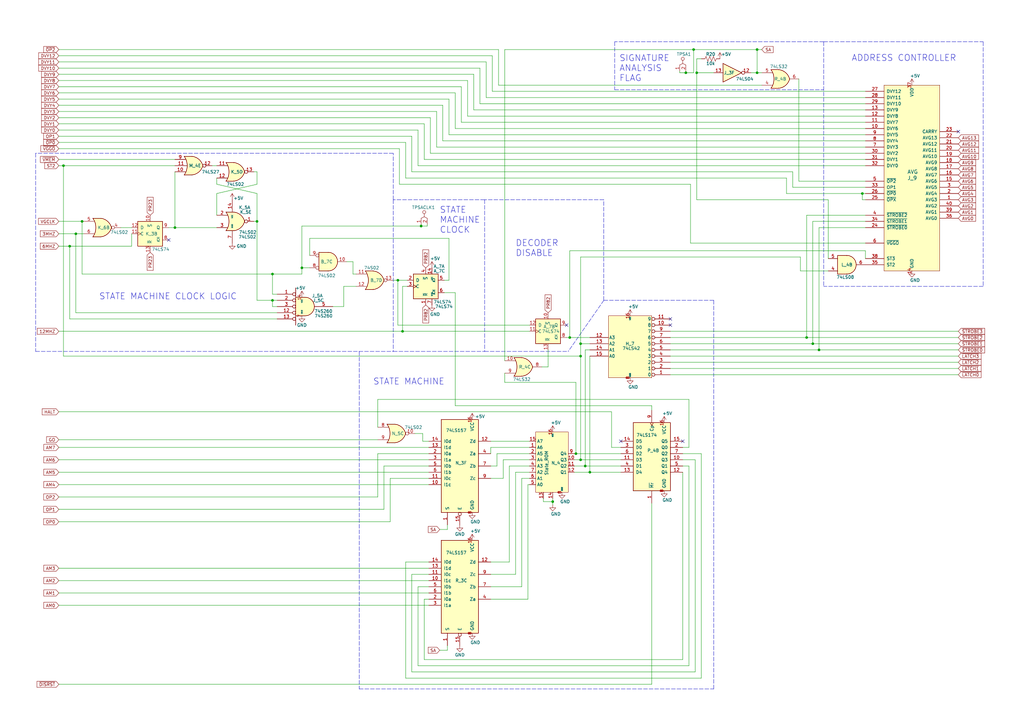
<source format=kicad_sch>
(kicad_sch (version 20211123) (generator eeschema)
  (paper "A3")
  (junction (at 238.125 146.05))
  (junction (at 285.75 29.845))
  (junction (at 233.68 138.43))
  (junction (at 284.48 20.32))
  (junction (at 33.655 90.805))
  (junction (at 281.305 29.845))
  (junction (at 163.195 114.935))
  (junction (at 172.72 92.71))
  (junction (at 28.575 100.965))
  (junction (at 330.835 138.43))
  (junction (at 241.935 193.675))
  (junction (at 111.76 123.19))
  (junction (at 353.695 79.375))
  (junction (at 335.915 143.51))
  (junction (at 236.22 186.055))
  (junction (at 71.755 93.345))
  (junction (at 310.515 20.32))
  (junction (at 26.035 67.945))
  (junction (at 333.375 140.97))
  (junction (at 226.695 205.74))
  (junction (at 31.115 95.885))
  (junction (at 238.125 188.595))
  (junction (at 238.125 140.97))
  (junction (at 165.1 135.89))
  (junction (at 105.41 90.805))
  (junction (at 310.515 29.845))
  (junction (at 111.76 112.395))
  (junction (at 123.825 109.855))
  (junction (at 240.03 191.135))
  (no_connect (at 274.955 133.35))
  (no_connect (at 274.955 130.81))
  (no_connect (at 232.41 133.35))
  (no_connect (at 393.065 53.975))
  (no_connect (at 69.215 98.425))
  (no_connect (at 254.635 180.975))
  (no_connect (at 280.035 180.975))
  (wire (pts (xy 183.515 215.265) (xy 183.515 217.17)))
  (wire (pts (xy 181.61 43.18) (xy 181.61 57.785)))
  (wire (pts (xy 282.575 183.515) (xy 280.035 183.515)))
  (wire (pts (xy 182.245 120.015) (xy 186.69 120.015)))
  (wire (pts (xy 354.965 40.005) (xy 199.39 40.005)))
  (wire (pts (xy 69.215 93.345) (xy 71.755 93.345)))
  (wire (pts (xy 175.895 191.135) (xy 157.48 191.135)))
  (wire (pts (xy 335.915 143.51) (xy 393.065 143.51)))
  (wire (pts (xy 168.91 70.485) (xy 168.91 55.88)))
  (wire (pts (xy 113.665 125.73) (xy 111.76 125.73)))
  (wire (pts (xy 161.29 114.935) (xy 163.195 114.935)))
  (wire (pts (xy 201.295 183.515) (xy 217.17 183.515)))
  (wire (pts (xy 196.85 42.545) (xy 354.965 42.545)))
  (wire (pts (xy 224.79 150.495) (xy 222.25 150.495)))
  (wire (pts (xy 24.13 33.02) (xy 191.77 33.02)))
  (wire (pts (xy 53.975 95.885) (xy 53.975 100.965)))
  (wire (pts (xy 33.655 90.805) (xy 34.29 90.805)))
  (wire (pts (xy 199.39 40.005) (xy 199.39 25.4)))
  (wire (pts (xy 24.13 203.835) (xy 154.94 203.835)))
  (wire (pts (xy 224.79 143.51) (xy 224.79 150.495)))
  (wire (pts (xy 163.83 60.96) (xy 163.83 75.565)))
  (wire (pts (xy 233.68 102.87) (xy 233.68 138.43)))
  (polyline (pts (xy 247.65 123.19) (xy 233.045 144.145)))
  (wire (pts (xy 173.99 270.51) (xy 280.035 270.51)))
  (polyline (pts (xy 247.65 123.19) (xy 247.65 81.915)))
  (wire (pts (xy 204.47 34.925) (xy 204.47 20.32)))
  (wire (pts (xy 354.965 102.87) (xy 233.68 102.87)))
  (wire (pts (xy 307.975 29.845) (xy 310.515 29.845)))
  (wire (pts (xy 206.375 188.595) (xy 217.17 188.595)))
  (wire (pts (xy 354.965 67.945) (xy 171.45 67.945)))
  (wire (pts (xy 171.45 273.05) (xy 171.45 240.665)))
  (polyline (pts (xy 292.735 123.19) (xy 247.65 123.19)))
  (wire (pts (xy 172.72 92.71) (xy 175.26 92.71)))
  (wire (pts (xy 254.635 183.515) (xy 250.825 183.515)))
  (wire (pts (xy 330.835 88.265) (xy 330.835 138.43)))
  (wire (pts (xy 201.295 196.215) (xy 206.375 196.215)))
  (wire (pts (xy 354.965 88.265) (xy 330.835 88.265)))
  (wire (pts (xy 354.965 57.785) (xy 181.61 57.785)))
  (wire (pts (xy 179.07 45.72) (xy 179.07 60.325)))
  (wire (pts (xy 267.335 280.67) (xy 24.13 280.67)))
  (wire (pts (xy 105.41 123.19) (xy 111.76 123.19)))
  (wire (pts (xy 211.455 193.675) (xy 217.17 193.675)))
  (wire (pts (xy 24.13 50.8) (xy 173.99 50.8)))
  (wire (pts (xy 88.9 79.375) (xy 88.9 88.265)))
  (wire (pts (xy 310.515 20.32) (xy 312.42 20.32)))
  (wire (pts (xy 353.695 79.375) (xy 354.965 79.375)))
  (polyline (pts (xy 147.32 282.575) (xy 292.735 282.575)))
  (wire (pts (xy 24.13 183.515) (xy 175.895 183.515)))
  (wire (pts (xy 354.965 55.245) (xy 184.15 55.245)))
  (wire (pts (xy 24.13 38.1) (xy 186.69 38.1)))
  (wire (pts (xy 354.965 50.165) (xy 189.23 50.165)))
  (wire (pts (xy 310.515 29.845) (xy 312.42 29.845)))
  (wire (pts (xy 175.895 235.585) (xy 168.91 235.585)))
  (wire (pts (xy 24.13 53.34) (xy 171.45 53.34)))
  (wire (pts (xy 327.66 74.295) (xy 354.965 74.295)))
  (wire (pts (xy 222.885 204.47) (xy 222.885 205.74)))
  (polyline (pts (xy 337.82 17.145) (xy 403.225 17.145)))
  (wire (pts (xy 24.13 35.56) (xy 189.23 35.56)))
  (polyline (pts (xy 161.29 81.915) (xy 161.29 144.145)))
  (wire (pts (xy 283.21 99.695) (xy 354.965 99.695)))
  (polyline (pts (xy 247.65 81.915) (xy 198.755 81.915)))
  (wire (pts (xy 281.305 29.21) (xy 281.305 29.845)))
  (wire (pts (xy 123.825 109.855) (xy 123.825 92.71)))
  (wire (pts (xy 354.965 106.045) (xy 354.965 102.87)))
  (wire (pts (xy 142.24 107.315) (xy 144.78 107.315)))
  (wire (pts (xy 217.17 196.215) (xy 213.995 196.215)))
  (polyline (pts (xy 161.29 62.865) (xy 14.605 62.865)))
  (wire (pts (xy 235.585 188.595) (xy 238.125 188.595)))
  (wire (pts (xy 24.13 43.18) (xy 181.61 43.18)))
  (wire (pts (xy 240.03 191.135) (xy 254.635 191.135)))
  (wire (pts (xy 216.535 245.745) (xy 216.535 198.755)))
  (wire (pts (xy 88.9 79.375) (xy 105.41 75.565)))
  (wire (pts (xy 105.41 79.375) (xy 105.41 90.805)))
  (wire (pts (xy 168.91 275.59) (xy 285.115 275.59)))
  (wire (pts (xy 166.37 230.505) (xy 175.895 230.505)))
  (wire (pts (xy 24.13 213.995) (xy 160.02 213.995)))
  (wire (pts (xy 123.825 109.855) (xy 127 109.855)))
  (wire (pts (xy 111.76 123.19) (xy 113.665 123.19)))
  (wire (pts (xy 189.23 35.56) (xy 189.23 50.165)))
  (wire (pts (xy 186.69 166.37) (xy 267.335 166.37)))
  (wire (pts (xy 179.07 60.325) (xy 354.965 60.325)))
  (wire (pts (xy 207.01 20.32) (xy 207.01 147.955)))
  (wire (pts (xy 33.655 112.395) (xy 111.76 112.395)))
  (wire (pts (xy 208.915 191.135) (xy 208.915 230.505)))
  (wire (pts (xy 274.955 135.89) (xy 393.065 135.89)))
  (wire (pts (xy 184.15 114.935) (xy 184.15 97.79)))
  (wire (pts (xy 203.835 191.135) (xy 203.835 186.055)))
  (wire (pts (xy 238.125 188.595) (xy 254.635 188.595)))
  (wire (pts (xy 274.955 140.97) (xy 333.375 140.97)))
  (wire (pts (xy 322.58 73.025) (xy 322.58 79.375)))
  (wire (pts (xy 327.66 32.385) (xy 327.66 74.295)))
  (wire (pts (xy 71.755 93.345) (xy 88.9 93.345)))
  (wire (pts (xy 24.13 208.915) (xy 157.48 208.915)))
  (polyline (pts (xy 337.82 17.145) (xy 252.095 17.145)))
  (wire (pts (xy 285.75 29.845) (xy 285.75 24.13)))
  (wire (pts (xy 105.41 70.485) (xy 105.41 75.565)))
  (wire (pts (xy 163.195 114.935) (xy 163.195 133.35)))
  (wire (pts (xy 325.12 70.485) (xy 168.91 70.485)))
  (wire (pts (xy 285.75 24.13) (xy 287.655 24.13)))
  (wire (pts (xy 282.575 163.83) (xy 282.575 183.515)))
  (wire (pts (xy 280.035 186.055) (xy 287.655 186.055)))
  (wire (pts (xy 186.69 52.705) (xy 186.69 38.1)))
  (wire (pts (xy 250.825 183.515) (xy 250.825 168.91)))
  (wire (pts (xy 24.13 30.48) (xy 194.31 30.48)))
  (wire (pts (xy 292.735 29.845) (xy 285.75 29.845)))
  (wire (pts (xy 236.22 186.055) (xy 254.635 186.055)))
  (wire (pts (xy 24.13 180.34) (xy 154.94 180.34)))
  (wire (pts (xy 274.955 148.59) (xy 393.065 148.59)))
  (wire (pts (xy 274.955 143.51) (xy 335.915 143.51)))
  (wire (pts (xy 184.15 55.245) (xy 184.15 40.64)))
  (wire (pts (xy 182.245 114.935) (xy 184.15 114.935)))
  (wire (pts (xy 24.13 65.405) (xy 71.755 65.405)))
  (wire (pts (xy 235.585 193.675) (xy 241.935 193.675)))
  (wire (pts (xy 186.69 120.015) (xy 186.69 166.37)))
  (wire (pts (xy 28.575 100.965) (xy 53.975 100.965)))
  (wire (pts (xy 354.965 90.805) (xy 333.375 90.805)))
  (wire (pts (xy 274.955 153.67) (xy 393.065 153.67)))
  (wire (pts (xy 111.76 125.73) (xy 111.76 123.19)))
  (wire (pts (xy 154.94 175.26) (xy 154.94 163.83)))
  (wire (pts (xy 26.035 67.945) (xy 26.035 146.05)))
  (wire (pts (xy 176.53 62.865) (xy 176.53 48.26)))
  (wire (pts (xy 274.955 151.13) (xy 393.065 151.13)))
  (wire (pts (xy 235.585 186.055) (xy 236.22 186.055)))
  (wire (pts (xy 163.83 75.565) (xy 283.21 75.565)))
  (wire (pts (xy 163.195 114.935) (xy 167.005 114.935)))
  (wire (pts (xy 201.295 245.745) (xy 216.535 245.745)))
  (wire (pts (xy 123.825 112.395) (xy 123.825 109.855)))
  (wire (pts (xy 24.13 168.91) (xy 250.825 168.91)))
  (wire (pts (xy 325.12 76.835) (xy 325.12 70.485)))
  (wire (pts (xy 238.125 146.05) (xy 238.125 188.595)))
  (wire (pts (xy 354.965 62.865) (xy 176.53 62.865)))
  (wire (pts (xy 284.48 20.32) (xy 310.515 20.32)))
  (wire (pts (xy 24.13 58.42) (xy 166.37 58.42)))
  (wire (pts (xy 191.77 33.02) (xy 191.77 47.625)))
  (polyline (pts (xy 403.225 17.145) (xy 403.225 117.475)))
  (wire (pts (xy 238.125 140.97) (xy 238.125 105.41)))
  (wire (pts (xy 232.41 138.43) (xy 233.68 138.43)))
  (wire (pts (xy 173.99 50.8) (xy 173.99 65.405)))
  (wire (pts (xy 113.665 128.27) (xy 31.115 128.27)))
  (wire (pts (xy 31.115 95.885) (xy 34.29 95.885)))
  (wire (pts (xy 26.035 67.945) (xy 71.755 67.945)))
  (wire (pts (xy 173.99 65.405) (xy 354.965 65.405)))
  (wire (pts (xy 88.9 75.565) (xy 105.41 79.375)))
  (wire (pts (xy 183.515 217.17) (xy 180.34 217.17)))
  (wire (pts (xy 201.295 180.975) (xy 217.17 180.975)))
  (wire (pts (xy 24.13 193.675) (xy 175.895 193.675)))
  (wire (pts (xy 175.26 92.075) (xy 175.26 92.71)))
  (wire (pts (xy 86.995 67.945) (xy 88.9 67.945)))
  (wire (pts (xy 196.85 27.94) (xy 196.85 42.545)))
  (wire (pts (xy 222.885 205.74) (xy 226.695 205.74)))
  (wire (pts (xy 166.37 73.025) (xy 322.58 73.025)))
  (wire (pts (xy 88.9 73.025) (xy 88.9 75.565)))
  (wire (pts (xy 175.895 196.215) (xy 160.02 196.215)))
  (wire (pts (xy 140.97 117.475) (xy 140.97 125.73)))
  (wire (pts (xy 204.47 20.32) (xy 24.13 20.32)))
  (wire (pts (xy 207.01 156.845) (xy 236.22 156.845)))
  (wire (pts (xy 24.13 48.26) (xy 176.53 48.26)))
  (wire (pts (xy 233.68 138.43) (xy 241.935 138.43)))
  (wire (pts (xy 33.655 90.805) (xy 33.655 112.395)))
  (wire (pts (xy 173.355 180.975) (xy 173.355 177.8)))
  (wire (pts (xy 235.585 191.135) (xy 240.03 191.135)))
  (wire (pts (xy 24.13 238.125) (xy 175.895 238.125)))
  (wire (pts (xy 354.965 52.705) (xy 186.69 52.705)))
  (wire (pts (xy 274.955 138.43) (xy 330.835 138.43)))
  (wire (pts (xy 333.375 90.805) (xy 333.375 140.97)))
  (wire (pts (xy 24.13 198.755) (xy 175.895 198.755)))
  (wire (pts (xy 287.655 278.13) (xy 166.37 278.13)))
  (wire (pts (xy 140.97 125.73) (xy 136.525 125.73)))
  (wire (pts (xy 111.76 112.395) (xy 123.825 112.395)))
  (wire (pts (xy 280.035 191.135) (xy 282.575 191.135)))
  (wire (pts (xy 201.295 235.585) (xy 211.455 235.585)))
  (wire (pts (xy 201.295 191.135) (xy 203.835 191.135)))
  (wire (pts (xy 127 97.79) (xy 184.15 97.79)))
  (wire (pts (xy 322.58 79.375) (xy 353.695 79.375)))
  (wire (pts (xy 194.31 45.085) (xy 194.31 30.48)))
  (wire (pts (xy 166.37 278.13) (xy 166.37 230.505)))
  (wire (pts (xy 157.48 191.135) (xy 157.48 208.915)))
  (wire (pts (xy 333.375 140.97) (xy 393.065 140.97)))
  (wire (pts (xy 203.835 186.055) (xy 217.17 186.055)))
  (wire (pts (xy 144.78 112.395) (xy 146.05 112.395)))
  (wire (pts (xy 238.125 140.97) (xy 238.125 146.05)))
  (wire (pts (xy 175.895 180.975) (xy 173.355 180.975)))
  (wire (pts (xy 267.335 206.375) (xy 267.335 280.67)))
  (wire (pts (xy 163.195 133.35) (xy 217.17 133.35)))
  (wire (pts (xy 24.13 233.045) (xy 175.895 233.045)))
  (wire (pts (xy 339.725 81.915) (xy 339.725 106.045)))
  (polyline (pts (xy 252.095 36.83) (xy 337.82 36.83)))
  (polyline (pts (xy 198.755 81.915) (xy 198.755 144.145)))
  (wire (pts (xy 184.15 40.64) (xy 24.13 40.64)))
  (wire (pts (xy 201.295 186.055) (xy 201.295 183.515)))
  (wire (pts (xy 217.17 191.135) (xy 208.915 191.135)))
  (wire (pts (xy 282.575 191.135) (xy 282.575 273.05)))
  (wire (pts (xy 172.72 92.075) (xy 172.72 92.71)))
  (wire (pts (xy 123.825 92.71) (xy 172.72 92.71)))
  (wire (pts (xy 241.935 143.51) (xy 240.03 143.51)))
  (wire (pts (xy 281.305 29.845) (xy 284.48 29.845)))
  (polyline (pts (xy 147.32 144.145) (xy 147.32 282.575)))
  (wire (pts (xy 274.955 146.05) (xy 393.065 146.05)))
  (wire (pts (xy 285.115 275.59) (xy 285.115 188.595)))
  (wire (pts (xy 24.13 188.595) (xy 175.895 188.595)))
  (wire (pts (xy 24.13 22.86) (xy 201.93 22.86)))
  (wire (pts (xy 49.53 93.345) (xy 53.975 93.345)))
  (wire (pts (xy 105.41 90.805) (xy 105.41 123.19)))
  (wire (pts (xy 71.755 70.485) (xy 71.755 93.345)))
  (wire (pts (xy 328.295 105.41) (xy 328.295 111.125)))
  (wire (pts (xy 24.13 67.945) (xy 26.035 67.945)))
  (wire (pts (xy 211.455 235.585) (xy 211.455 193.675)))
  (wire (pts (xy 160.02 196.215) (xy 160.02 213.995)))
  (polyline (pts (xy 14.605 144.145) (xy 161.29 144.145)))
  (wire (pts (xy 285.75 29.845) (xy 285.75 81.915)))
  (polyline (pts (xy 198.755 144.145) (xy 233.045 144.145)))
  (polyline (pts (xy 161.29 144.145) (xy 198.755 144.145)))
  (wire (pts (xy 24.13 27.94) (xy 196.85 27.94)))
  (wire (pts (xy 278.765 29.21) (xy 278.765 29.845)))
  (wire (pts (xy 111.76 120.65) (xy 111.76 112.395)))
  (polyline (pts (xy 161.29 81.915) (xy 161.29 62.865)))
  (wire (pts (xy 28.575 100.965) (xy 24.13 100.965)))
  (wire (pts (xy 31.115 128.27) (xy 31.115 95.885)))
  (wire (pts (xy 173.99 245.745) (xy 173.99 270.51)))
  (wire (pts (xy 278.765 29.845) (xy 281.305 29.845)))
  (polyline (pts (xy 292.735 282.575) (xy 292.735 123.19)))
  (wire (pts (xy 283.21 75.565) (xy 283.21 99.695)))
  (wire (pts (xy 24.13 95.885) (xy 31.115 95.885)))
  (wire (pts (xy 267.335 166.37) (xy 267.335 168.275)))
  (wire (pts (xy 24.13 45.72) (xy 179.07 45.72)))
  (wire (pts (xy 24.13 55.88) (xy 168.91 55.88)))
  (wire (pts (xy 226.695 205.74) (xy 226.695 207.01)))
  (wire (pts (xy 201.93 37.465) (xy 201.93 22.86)))
  (wire (pts (xy 173.355 177.8) (xy 170.18 177.8)))
  (wire (pts (xy 171.45 67.945) (xy 171.45 53.34)))
  (wire (pts (xy 208.915 230.505) (xy 201.295 230.505)))
  (wire (pts (xy 206.375 196.215) (xy 206.375 188.595)))
  (wire (pts (xy 335.915 93.345) (xy 335.915 143.51)))
  (wire (pts (xy 175.895 186.055) (xy 154.94 186.055)))
  (wire (pts (xy 113.665 120.65) (xy 111.76 120.65)))
  (wire (pts (xy 312.42 34.925) (xy 204.47 34.925)))
  (wire (pts (xy 24.13 135.89) (xy 165.1 135.89)))
  (wire (pts (xy 213.995 240.665) (xy 201.295 240.665)))
  (wire (pts (xy 183.515 264.795) (xy 183.515 266.7)))
  (wire (pts (xy 354.965 93.345) (xy 335.915 93.345)))
  (wire (pts (xy 226.695 205.74) (xy 226.695 204.47)))
  (polyline (pts (xy 14.605 62.865) (xy 14.605 144.145)))
  (wire (pts (xy 165.1 117.475) (xy 165.1 135.89)))
  (wire (pts (xy 285.115 188.595) (xy 280.035 188.595)))
  (wire (pts (xy 105.41 90.805) (xy 104.14 90.805)))
  (wire (pts (xy 213.995 196.215) (xy 213.995 240.665)))
  (wire (pts (xy 104.14 70.485) (xy 105.41 70.485)))
  (wire (pts (xy 310.515 29.845) (xy 310.515 20.32)))
  (wire (pts (xy 24.13 243.205) (xy 175.895 243.205)))
  (wire (pts (xy 113.665 130.81) (xy 28.575 130.81)))
  (wire (pts (xy 353.695 81.915) (xy 353.695 79.375)))
  (wire (pts (xy 236.22 156.845) (xy 236.22 186.055)))
  (wire (pts (xy 127 104.775) (xy 127 97.79)))
  (wire (pts (xy 284.48 20.32) (xy 207.01 20.32)))
  (wire (pts (xy 238.125 105.41) (xy 328.295 105.41)))
  (wire (pts (xy 167.005 117.475) (xy 165.1 117.475)))
  (wire (pts (xy 282.575 273.05) (xy 171.45 273.05)))
  (wire (pts (xy 330.835 138.43) (xy 393.065 138.43)))
  (polyline (pts (xy 403.225 117.475) (xy 337.82 117.475)))
  (wire (pts (xy 354.965 81.915) (xy 353.695 81.915)))
  (wire (pts (xy 28.575 130.81) (xy 28.575 100.965)))
  (wire (pts (xy 175.895 245.745) (xy 173.99 245.745)))
  (wire (pts (xy 241.935 146.05) (xy 241.935 193.675)))
  (wire (pts (xy 26.035 146.05) (xy 238.125 146.05)))
  (wire (pts (xy 354.965 45.085) (xy 194.31 45.085)))
  (wire (pts (xy 191.77 47.625) (xy 354.965 47.625)))
  (wire (pts (xy 165.1 135.89) (xy 217.17 135.89)))
  (polyline (pts (xy 337.82 17.145) (xy 337.82 117.475)))
  (wire (pts (xy 354.965 76.835) (xy 325.12 76.835)))
  (wire (pts (xy 24.13 90.805) (xy 33.655 90.805)))
  (wire (pts (xy 154.94 186.055) (xy 154.94 203.835)))
  (wire (pts (xy 207.01 153.035) (xy 207.01 156.845)))
  (wire (pts (xy 216.535 198.755) (xy 217.17 198.755)))
  (polyline (pts (xy 198.755 81.915) (xy 161.29 81.915)))
  (wire (pts (xy 168.91 235.585) (xy 168.91 275.59)))
  (wire (pts (xy 154.94 163.83) (xy 282.575 163.83)))
  (polyline (pts (xy 252.095 17.145) (xy 252.095 36.83)))
  (wire (pts (xy 166.37 58.42) (xy 166.37 73.025)))
  (wire (pts (xy 285.75 81.915) (xy 339.725 81.915)))
  (wire (pts (xy 280.035 270.51) (xy 280.035 193.675)))
  (wire (pts (xy 183.515 266.7) (xy 180.34 266.7)))
  (wire (pts (xy 144.78 107.315) (xy 144.78 112.395)))
  (wire (pts (xy 241.935 193.675) (xy 254.635 193.675)))
  (wire (pts (xy 24.13 248.285) (xy 175.895 248.285)))
  (wire (pts (xy 354.965 37.465) (xy 201.93 37.465)))
  (wire (pts (xy 171.45 240.665) (xy 175.895 240.665)))
  (wire (pts (xy 287.655 186.055) (xy 287.655 278.13)))
  (wire (pts (xy 146.05 117.475) (xy 140.97 117.475)))
  (wire (pts (xy 284.48 20.32) (xy 284.48 29.845)))
  (wire (pts (xy 240.03 143.51) (xy 240.03 191.135)))
  (wire (pts (xy 241.935 140.97) (xy 238.125 140.97)))
  (wire (pts (xy 199.39 25.4) (xy 24.13 25.4)))
  (wire (pts (xy 24.13 60.96) (xy 163.83 60.96)))
  (wire (pts (xy 328.295 111.125) (xy 339.725 111.125)))
  (text "STATE\nMACHINE\nCLOCK" (at 180.34 95.885 0) (effects (font (size 2.54 2.54)) (justify left bottom)))
  (text "SIGNATURE\nANALYSIS\nFLAG" (at 254 33.655 0) (effects (font (size 2.54 2.54)) (justify left bottom)))
  (text "ADDRESS CONTROLLER" (at 349.25 25.4 0) (effects (font (size 2.54 2.54)) (justify left bottom)))
  (text "STATE MACHINE CLOCK LOGIC" (at 40.64 123.19 0) (effects (font (size 2.54 2.54)) (justify left bottom)))
  (text "DECODER\nDISABLE" (at 211.455 105.41 0) (effects (font (size 2.54 2.54)) (justify left bottom)))
  (text "STATE MACHINE" (at 153.035 158.115 0) (effects (font (size 2.54 2.54)) (justify left bottom)))
  (global_label "DVY5" (shape input) (at 24.13 40.64 180) (property "Intersheet References" "${INTERSHEET_REFS}" (effects hide)))
  (global_label "DVY8" (shape input) (at 24.13 33.02 180) (property "Intersheet References" "${INTERSHEET_REFS}" (effects hide)))
  (global_label "12MHZ" (shape input) (at 24.13 135.89 180) (property "Intersheet References" "${INTERSHEET_REFS}" (effects hide)))
  (global_label "DVY6" (shape input) (at 24.13 38.1 180) (property "Intersheet References" "${INTERSHEET_REFS}" (effects hide)))
  (global_label "AVG12" (shape input) (at 393.065 59.055 0) (property "Intersheet References" "${INTERSHEET_REFS}" (effects hide)))
  (global_label "AVG6" (shape input) (at 393.065 74.295 0) (property "Intersheet References" "${INTERSHEET_REFS}" (effects hide)))
  (global_label "AM0" (shape input) (at 24.13 248.285 180) (property "Intersheet References" "${INTERSHEET_REFS}" (effects hide)))
  (global_label "AM6" (shape input) (at 24.13 188.595 180) (property "Intersheet References" "${INTERSHEET_REFS}" (effects hide)))
  (global_label "AM5" (shape input) (at 24.13 193.675 180) (property "Intersheet References" "${INTERSHEET_REFS}" (effects hide)))
  (global_label "AM1" (shape input) (at 24.13 243.205 180) (property "Intersheet References" "${INTERSHEET_REFS}" (effects hide)))
  (global_label "DVY11" (shape input) (at 24.13 25.4 180) (property "Intersheet References" "${INTERSHEET_REFS}" (effects hide)))
  (global_label "~{LATCH2}" (shape input) (at 393.065 148.59 0) (property "Intersheet References" "${INTERSHEET_REFS}" (effects hide)))
  (global_label "AVG0" (shape input) (at 393.065 89.535 0) (property "Intersheet References" "${INTERSHEET_REFS}" (effects hide)))
  (global_label "OP2" (shape input) (at 24.13 203.835 180) (property "Intersheet References" "${INTERSHEET_REFS}" (effects hide)))
  (global_label "DVY4" (shape input) (at 24.13 43.18 180) (property "Intersheet References" "${INTERSHEET_REFS}" (effects hide)))
  (global_label "~{VGGO}" (shape input) (at 24.13 60.96 180) (property "Intersheet References" "${INTERSHEET_REFS}" (effects hide)))
  (global_label "AVG3" (shape input) (at 393.065 81.915 0) (property "Intersheet References" "${INTERSHEET_REFS}" (effects hide)))
  (global_label "~{STROBE2}" (shape input) (at 393.065 138.43 0) (property "Intersheet References" "${INTERSHEET_REFS}" (effects hide)))
  (global_label "OP1" (shape input) (at 24.13 55.88 180) (property "Intersheet References" "${INTERSHEET_REFS}" (effects hide)))
  (global_label "AVG9" (shape input) (at 393.065 66.675 0) (property "Intersheet References" "${INTERSHEET_REFS}" (effects hide)))
  (global_label "AVG2" (shape input) (at 393.065 84.455 0) (property "Intersheet References" "${INTERSHEET_REFS}" (effects hide)))
  (global_label "VGCLK" (shape input) (at 24.13 90.805 180) (property "Intersheet References" "${INTERSHEET_REFS}" (effects hide)))
  (global_label "HALT" (shape input) (at 24.13 168.91 180) (property "Intersheet References" "${INTERSHEET_REFS}" (effects hide)))
  (global_label "ST2" (shape input) (at 24.13 67.945 180) (property "Intersheet References" "${INTERSHEET_REFS}" (effects hide)))
  (global_label "3MHZ" (shape input) (at 24.13 95.885 180) (property "Intersheet References" "${INTERSHEET_REFS}" (effects hide)))
  (global_label "~{LATCH1}" (shape input) (at 393.065 151.13 0) (property "Intersheet References" "${INTERSHEET_REFS}" (effects hide)))
  (global_label "PR82" (shape input) (at 174.625 109.855 90) (property "Intersheet References" "${INTERSHEET_REFS}" (effects hide)))
  (global_label "AM3" (shape input) (at 24.13 233.045 180) (property "Intersheet References" "${INTERSHEET_REFS}" (effects hide)))
  (global_label "OP1" (shape input) (at 24.13 208.915 180) (property "Intersheet References" "${INTERSHEET_REFS}" (effects hide)))
  (global_label "DVY7" (shape input) (at 24.13 35.56 180) (property "Intersheet References" "${INTERSHEET_REFS}" (effects hide)))
  (global_label "~{STROBE0}" (shape input) (at 393.065 143.51 0) (property "Intersheet References" "${INTERSHEET_REFS}" (effects hide)))
  (global_label "AVG13" (shape input) (at 393.065 56.515 0) (property "Intersheet References" "${INTERSHEET_REFS}" (effects hide)))
  (global_label "AVG8" (shape input) (at 393.065 69.215 0) (property "Intersheet References" "${INTERSHEET_REFS}" (effects hide)))
  (global_label "OP0" (shape input) (at 24.13 213.995 180) (property "Intersheet References" "${INTERSHEET_REFS}" (effects hide)))
  (global_label "AVG1" (shape input) (at 393.065 86.995 0) (property "Intersheet References" "${INTERSHEET_REFS}" (effects hide)))
  (global_label "~{LATCH0}" (shape input) (at 393.065 153.67 0) (property "Intersheet References" "${INTERSHEET_REFS}" (effects hide)))
  (global_label "AM4" (shape input) (at 24.13 198.755 180) (property "Intersheet References" "${INTERSHEET_REFS}" (effects hide)))
  (global_label "AVG4" (shape input) (at 393.065 79.375 0) (property "Intersheet References" "${INTERSHEET_REFS}" (effects hide)))
  (global_label "DVY10" (shape input) (at 24.13 27.94 180) (property "Intersheet References" "${INTERSHEET_REFS}" (effects hide)))
  (global_label "PR82" (shape input) (at 224.79 128.27 90) (property "Intersheet References" "${INTERSHEET_REFS}" (effects hide)))
  (global_label "AVG5" (shape input) (at 393.065 76.835 0) (property "Intersheet References" "${INTERSHEET_REFS}" (effects hide)))
  (global_label "~{OP2}" (shape input) (at 24.13 20.32 180) (property "Intersheet References" "${INTERSHEET_REFS}" (effects hide)))
  (global_label "PR82" (shape input) (at 174.625 125.095 270) (property "Intersheet References" "${INTERSHEET_REFS}" (effects hide)))
  (global_label "~{STROBE3}" (shape input) (at 393.065 135.89 0) (property "Intersheet References" "${INTERSHEET_REFS}" (effects hide)))
  (global_label "DVY9" (shape input) (at 24.13 30.48 180) (property "Intersheet References" "${INTERSHEET_REFS}" (effects hide)))
  (global_label "SA" (shape input) (at 312.42 20.32 0) (property "Intersheet References" "${INTERSHEET_REFS}" (effects hide)))
  (global_label "6MHZ" (shape input) (at 24.13 100.965 180) (property "Intersheet References" "${INTERSHEET_REFS}" (effects hide)))
  (global_label "~{STROBE1}" (shape input) (at 393.065 140.97 0) (property "Intersheet References" "${INTERSHEET_REFS}" (effects hide)))
  (global_label "~{DISRST}" (shape input) (at 24.13 280.67 180) (property "Intersheet References" "${INTERSHEET_REFS}" (effects hide)))
  (global_label "DVY1" (shape input) (at 24.13 50.8 180) (property "Intersheet References" "${INTERSHEET_REFS}" (effects hide)))
  (global_label "AVG10" (shape input) (at 393.065 64.135 0) (property "Intersheet References" "${INTERSHEET_REFS}" (effects hide)))
  (global_label "DVY12" (shape input) (at 24.13 22.86 180) (property "Intersheet References" "${INTERSHEET_REFS}" (effects hide)))
  (global_label "SA" (shape input) (at 180.34 266.7 180) (property "Intersheet References" "${INTERSHEET_REFS}" (effects hide)))
  (global_label "AVG11" (shape input) (at 393.065 61.595 0) (property "Intersheet References" "${INTERSHEET_REFS}" (effects hide)))
  (global_label "~{LATCH3}" (shape input) (at 393.065 146.05 0) (property "Intersheet References" "${INTERSHEET_REFS}" (effects hide)))
  (global_label "SA" (shape input) (at 180.34 217.17 180) (property "Intersheet References" "${INTERSHEET_REFS}" (effects hide)))
  (global_label "DVY0" (shape input) (at 24.13 53.34 180) (property "Intersheet References" "${INTERSHEET_REFS}" (effects hide)))
  (global_label "~{VMEM}" (shape input) (at 24.13 65.405 180) (property "Intersheet References" "${INTERSHEET_REFS}" (effects hide)))
  (global_label "DVY2" (shape input) (at 24.13 48.26 180) (property "Intersheet References" "${INTERSHEET_REFS}" (effects hide)))
  (global_label "PR23" (shape input) (at 61.595 88.265 90) (property "Intersheet References" "${INTERSHEET_REFS}" (effects hide)))
  (global_label "PR23" (shape input) (at 61.595 103.505 270) (property "Intersheet References" "${INTERSHEET_REFS}" (effects hide)))
  (global_label "GO" (shape input) (at 24.13 180.34 180) (property "Intersheet References" "${INTERSHEET_REFS}" (effects hide)))
  (global_label "AM2" (shape input) (at 24.13 238.125 180) (property "Intersheet References" "${INTERSHEET_REFS}" (effects hide)))
  (global_label "AVG7" (shape input) (at 393.065 71.755 0) (property "Intersheet References" "${INTERSHEET_REFS}" (effects hide)))
  (global_label "AM7" (shape input) (at 24.13 183.515 180) (property "Intersheet References" "${INTERSHEET_REFS}" (effects hide)))
  (global_label "DVY3" (shape input) (at 24.13 45.72 180) (property "Intersheet References" "${INTERSHEET_REFS}" (effects hide)))
  (global_label "~{OP0}" (shape input) (at 24.13 58.42 180) (property "Intersheet References" "${INTERSHEET_REFS}" (effects hide)))
  (symbol (lib_id "power:+5V") (at 258.445 129.54 0) (unit 1)
    (property "Reference" "#PWR0497" (effects hide))
    (property "Value" "+5V" (at 259.715 125.73 0))
  )
  (symbol (lib_id "atari:74LS32") (at 214.63 150.495 0) (mirror x) (unit 3)
    (property "Reference" "R_4" (at 215.265 150.495 0))
    (property "Value" "74LS32" (at 213.995 155.575 0))
  )
  (symbol (lib_id "Device:R_US") (at 291.465 24.13 90) (unit 1)
    (property "Reference" "R20" (at 291.465 22.225 90))
    (property "Value" "10k" (at 291.465 26.035 90))
  )
  (symbol (lib_id "atari:74LS174") (at 267.335 186.055 0) (unit 2)
    (property "Reference" "P_4" (at 265.43 184.785 0) (effects (justify left)))
    (property "Value" "74LS174" (at 260.985 178.435 0) (effects (justify left)))
  )
  (symbol (lib_id "atari:74LS02") (at 96.52 70.485 0) (unit 4)
    (property "Reference" "K_5" (at 97.155 70.485 0))
    (property "Value" "74LS02" (at 96.52 75.565 0))
  )
  (symbol (lib_id "atari:74LS74") (at 224.79 135.89 0) (unit 2)
    (property "Reference" "A_7" (at 222.885 133.985 0) (effects (justify left)))
    (property "Value" "74LS74" (at 222.25 135.89 0) (effects (justify left)))
  )
  (symbol (lib_id "power:GND") (at 272.415 201.295 0) (unit 1)
    (property "Reference" "#PWR0489" (effects hide))
    (property "Value" "GND" (at 273.685 205.105 0))
  )
  (symbol (lib_id "power:GND") (at 188.595 215.265 0) (unit 1)
    (property "Reference" "#PWR0433" (effects hide))
    (property "Value" "GND" (at 188.595 219.075 0))
  )
  (symbol (lib_id "atari:74LS02") (at 153.67 114.935 0) (unit 4)
    (property "Reference" "B_7" (at 154.305 114.935 0))
    (property "Value" "74S02" (at 152.4 109.855 0))
  )
  (symbol (lib_id "power:GND") (at 226.695 207.01 0) (unit 1)
    (property "Reference" "#PWR0487" (effects hide))
    (property "Value" "GND" (at 227.965 210.82 0))
  )
  (symbol (lib_id "power:+5V") (at 95.25 81.915 0) (unit 1)
    (property "Reference" "#PWR0485" (effects hide))
    (property "Value" "+5V" (at 97.79 81.28 0))
  )
  (symbol (lib_id "atari:74LS02") (at 96.52 90.805 0) (unit 1)
    (property "Reference" "K_5" (at 100.33 85.09 0))
    (property "Value" "74LS02" (at 101.6 95.25 0))
  )
  (symbol (lib_id "atari:AVG") (at 374.015 70.485 0) (unit 1)
    (property "Reference" "J_9" (at 372.11 73.025 0) (effects (font (size 1.524 1.524)) (justify left)))
    (property "Value" "AVG" (at 372.11 70.485 0) (effects (font (size 1.524 1.524)) (justify left)))
  )
  (symbol (lib_id "power:GND") (at 258.445 154.94 0) (unit 1)
    (property "Reference" "#PWR0496" (effects hide))
    (property "Value" "GND" (at 259.715 158.75 0))
  )
  (symbol (lib_id "power:GND") (at 374.015 111.125 0) (unit 1)
    (property "Reference" "#PWR0500" (effects hide))
    (property "Value" "GND" (at 375.285 114.935 0))
  )
  (symbol (lib_id "power:+5V") (at 123.825 121.92 0) (unit 1)
    (property "Reference" "#PWR0492" (effects hide))
    (property "Value" "+5V" (at 123.19 118.11 0))
  )
  (symbol (lib_id "atari:74LS08") (at 347.345 108.585 0) (mirror x) (unit 2)
    (property "Reference" "L_4" (at 347.345 108.585 0))
    (property "Value" "74LS08" (at 346.71 113.665 0))
  )
  (symbol (lib_id "atari:State_ROM") (at 226.695 189.865 0) (unit 1)
    (property "Reference" "N_4" (at 226.06 189.865 0) (effects (justify left)))
    (property "Value" "State_ROM" (at 224.155 194.945 90) (effects (justify left)))
  )
  (symbol (lib_id "atari:74LS74") (at 61.595 95.885 0) (unit 2)
    (property "Reference" "K_3" (at 59.69 95.885 0) (effects (justify left)))
    (property "Value" "74LS74" (at 62.23 102.235 0) (effects (justify left)))
  )
  (symbol (lib_id "atari:74LS42") (at 258.445 142.24 0) (unit 1)
    (property "Reference" "H_7" (at 256.54 140.97 0) (effects (justify left)))
    (property "Value" "74LS42" (at 255.27 142.875 0) (effects (justify left)))
  )
  (symbol (lib_id "power:+5V") (at 177.165 109.855 0) (unit 1)
    (property "Reference" "#PWR0494" (effects hide))
    (property "Value" "+5V" (at 178.435 106.045 0))
  )
  (symbol (lib_id "power:+5V") (at 295.275 24.13 0) (unit 1)
    (property "Reference" "#PWR0499" (effects hide))
    (property "Value" "+5V" (at 297.815 22.225 0))
  )
  (symbol (lib_id "power:GND") (at 123.825 129.54 0) (unit 1)
    (property "Reference" "#PWR0491" (effects hide))
    (property "Value" "GND" (at 123.825 133.35 0))
  )
  (symbol (lib_id "power:GND") (at 188.595 264.795 0) (unit 1)
    (property "Reference" "#PWR0483" (effects hide))
    (property "Value" "GND" (at 188.595 268.605 0))
  )
  (symbol (lib_id "atari:74LS02") (at 41.91 93.345 0) (unit 2)
    (property "Reference" "K_6" (at 42.545 93.345 0))
    (property "Value" "74LS02" (at 48.895 95.25 0))
  )
  (symbol (lib_id "power:GND") (at 95.25 99.695 0) (unit 1)
    (property "Reference" "#PWR0484" (effects hide))
    (property "Value" "GND" (at 99.06 100.965 0))
  )
  (symbol (lib_id "power:+5V") (at 193.675 172.085 0) (unit 1)
    (property "Reference" "#PWR0490" (effects hide))
    (property "Value" "+5V" (at 196.85 170.815 0))
  )
  (symbol (lib_id "power:GND") (at 177.165 125.095 0) (unit 1)
    (property "Reference" "#PWR0493" (effects hide))
    (property "Value" "GND" (at 178.435 128.905 0))
  )
  (symbol (lib_id "atari:74LS02") (at 134.62 107.315 0) (mirror x) (unit 3) (convert 2)
    (property "Reference" "B_7" (at 133.985 107.315 0))
    (property "Value" "74LS02" (at 133.985 113.03 0))
  )
  (symbol (lib_id "atari:74LS02") (at 95.25 90.805 0) (unit 5)
    (property "Reference" "K_5" (at 98.425 86.995 0) (effects (justify left)))
    (property "Value" "74LS02" (at 97.79 97.155 0) (effects (justify left)))
  )
  (symbol (lib_id "power:+5V") (at 193.675 221.615 0) (unit 1)
    (property "Reference" "#PWR0481" (effects hide))
    (property "Value" "+5V" (at 194.945 217.805 0))
  )
  (symbol (lib_id "atari:74LS32") (at 320.04 32.385 0) (mirror x) (unit 2)
    (property "Reference" "R_4" (at 320.04 32.385 0))
    (property "Value" "74LS32" (at 319.405 27.305 0))
  )
  (symbol (lib_id "power:GND") (at 193.675 259.715 0) (unit 1)
    (property "Reference" "#PWR0482" (effects hide))
    (property "Value" "GND" (at 194.945 263.525 0))
  )
  (symbol (lib_id "atari:74LS260") (at 124.46 125.73 0) (unit 1) (convert 2)
    (property "Reference" "J_5" (at 130.175 121.285 0))
    (property "Value" "74S260" (at 132.715 129.54 0))
  )
  (symbol (lib_id "atari:74LS27") (at 79.375 67.945 0) (unit 5)
    (property "Reference" "M_4" (at 80.01 67.945 0))
    (property "Value" "74LS27" (at 86.36 70.485 0))
  )
  (symbol (lib_id "power:+5V") (at 272.415 173.355 0) (unit 1)
    (property "Reference" "#PWR0488" (effects hide))
    (property "Value" "+5V" (at 273.685 169.545 0))
  )
  (symbol (lib_id "atari:74LS260") (at 126.365 125.73 0) (unit 3)
    (property "Reference" "J_5" (at 128.27 123.19 0) (effects (justify left)))
    (property "Value" "74S260" (at 128.905 127.635 0) (effects (justify left)))
  )
  (symbol (lib_id "atari:74LS157") (at 188.595 239.395 0) (unit 3)
    (property "Reference" "R_3" (at 186.69 238.125 0) (effects (justify left)))
    (property "Value" "74LS157" (at 182.88 226.695 0) (effects (justify left)))
  )
  (symbol (lib_id "power:+5V") (at 374.015 34.925 0) (unit 1)
    (property "Reference" "#PWR0498" (effects hide))
    (property "Value" "+5V" (at 375.285 31.115 0))
  )
  (symbol (lib_id "atari:74LS02") (at 162.56 177.8 0) (unit 3)
    (property "Reference" "N_5" (at 163.195 177.8 0))
    (property "Value" "74LS02" (at 169.545 175.26 0))
  )
  (symbol (lib_id "atari:74LS157") (at 188.595 189.865 0) (unit 6)
    (property "Reference" "N_3" (at 186.69 189.865 0) (effects (justify left)))
    (property "Value" "74LS157" (at 182.88 176.53 0) (effects (justify left)))
  )
  (symbol (lib_id "atari:74LS74") (at 177.165 117.475 0) (unit 3)
    (property "Reference" "A_7" (at 177.8 111.125 0) (effects (justify left)))
    (property "Value" "74LS74" (at 177.8 123.825 0) (effects (justify left)))
  )
  (symbol (lib_id "atari:tp_2_pin") (at 280.035 27.94 0) (unit 1)
    (property "Reference" "TPSA1" (at 277.495 22.225 0) (effects (justify left)))
    (property "Value" "tp_2_pin" (effects hide))
  )
  (symbol (lib_id "atari:tp_2_pin") (at 173.99 90.805 0) (unit 1)
    (property "Reference" "TPSACLK1" (at 168.91 85.09 0) (effects (justify left)))
    (property "Value" "tp_2_pin" (effects hide))
  )
  (symbol (lib_id "power:+5V") (at 226.695 177.165 0) (unit 1)
    (property "Reference" "#PWR0495" (effects hide))
    (property "Value" "+5V" (at 227.965 173.355 0))
  )
  (symbol (lib_id "atari:74LS74") (at 174.625 117.475 0) (unit 1)
    (property "Reference" "A_7" (at 177.8 109.22 0) (effects (justify left)))
    (property "Value" "74LS74" (at 178.435 125.73 0) (effects (justify left)))
  )
  (symbol (lib_id "power:GND") (at 230.505 201.93 0) (unit 1)
    (property "Reference" "#PWR0486" (effects hide))
    (property "Value" "GND" (at 231.775 205.74 0))
  )
  (symbol (lib_id "atari:74LS04") (at 300.355 29.845 0) (unit 6)
    (property "Reference" "J_3" (at 299.085 29.845 0))
    (property "Value" "74LS04" (at 305.435 32.385 0))
  )
  (symbol (lib_id "power:GND") (at 193.675 210.185 0) (unit 1)
    (property "Reference" "#PWR0434" (effects hide))
    (property "Value" "GND" (at 194.945 213.995 0))
  )
)
</source>
